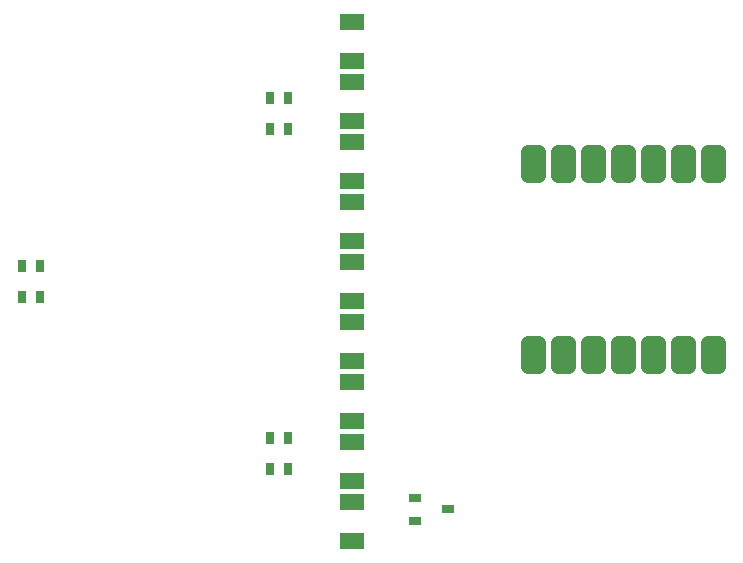
<source format=gbr>
G04 EAGLE Gerber RS-274X export*
G75*
%MOMM*%
%FSLAX34Y34*%
%LPD*%
%INSoldermask Top*%
%IPPOS*%
%AMOC8*
5,1,8,0,0,1.08239X$1,22.5*%
G01*
G04 Define Apertures*
%ADD10R,0.800000X1.100000*%
%ADD11R,2.108200X1.473200*%
%ADD12C,1.159509*%
%ADD13R,1.103200X0.803200*%
D10*
X320100Y506600D03*
X305100Y506600D03*
X305100Y532600D03*
X320100Y532600D03*
X110100Y364200D03*
X95100Y364200D03*
X95100Y390200D03*
X110100Y390200D03*
X320100Y218300D03*
X305100Y218300D03*
X305100Y244300D03*
X320100Y244300D03*
D11*
X374200Y563890D03*
X374200Y596910D03*
X374200Y513090D03*
X374200Y546110D03*
X374200Y462290D03*
X374200Y495310D03*
X374200Y411490D03*
X374200Y444510D03*
X374200Y360690D03*
X374200Y393710D03*
X374200Y309890D03*
X374200Y342910D03*
X374200Y259090D03*
X374200Y292110D03*
X374200Y208290D03*
X374200Y241310D03*
X374200Y157490D03*
X374200Y190510D03*
D12*
X523027Y466747D02*
X523027Y486395D01*
X532515Y486395D01*
X532515Y466747D01*
X523027Y466747D01*
X523027Y477762D02*
X532515Y477762D01*
X548427Y486395D02*
X548427Y466747D01*
X548427Y486395D02*
X557915Y486395D01*
X557915Y466747D01*
X548427Y466747D01*
X548427Y477762D02*
X557915Y477762D01*
X573827Y486395D02*
X573827Y466747D01*
X573827Y486395D02*
X583315Y486395D01*
X583315Y466747D01*
X573827Y466747D01*
X573827Y477762D02*
X583315Y477762D01*
X599227Y486395D02*
X599227Y466747D01*
X599227Y486395D02*
X608715Y486395D01*
X608715Y466747D01*
X599227Y466747D01*
X599227Y477762D02*
X608715Y477762D01*
X624627Y486395D02*
X624627Y466747D01*
X624627Y486395D02*
X634115Y486395D01*
X634115Y466747D01*
X624627Y466747D01*
X624627Y477762D02*
X634115Y477762D01*
X650027Y486395D02*
X650027Y466747D01*
X650027Y486395D02*
X659515Y486395D01*
X659515Y466747D01*
X650027Y466747D01*
X650027Y477762D02*
X659515Y477762D01*
X675427Y486395D02*
X675427Y466747D01*
X675427Y486395D02*
X684915Y486395D01*
X684915Y466747D01*
X675427Y466747D01*
X675427Y477762D02*
X684915Y477762D01*
X523027Y324745D02*
X523027Y305097D01*
X523027Y324745D02*
X532515Y324745D01*
X532515Y305097D01*
X523027Y305097D01*
X523027Y316112D02*
X532515Y316112D01*
X548427Y324745D02*
X548427Y305097D01*
X548427Y324745D02*
X557915Y324745D01*
X557915Y305097D01*
X548427Y305097D01*
X548427Y316112D02*
X557915Y316112D01*
X573827Y324745D02*
X573827Y305097D01*
X573827Y324745D02*
X583315Y324745D01*
X583315Y305097D01*
X573827Y305097D01*
X573827Y316112D02*
X583315Y316112D01*
X599227Y324745D02*
X599227Y305097D01*
X599227Y324745D02*
X608715Y324745D01*
X608715Y305097D01*
X599227Y305097D01*
X599227Y316112D02*
X608715Y316112D01*
X624627Y324745D02*
X624627Y305097D01*
X624627Y324745D02*
X634115Y324745D01*
X634115Y305097D01*
X624627Y305097D01*
X624627Y316112D02*
X634115Y316112D01*
X650027Y324745D02*
X650027Y305097D01*
X650027Y324745D02*
X659515Y324745D01*
X659515Y305097D01*
X650027Y305097D01*
X650027Y316112D02*
X659515Y316112D01*
X675427Y324745D02*
X675427Y305097D01*
X675427Y324745D02*
X684915Y324745D01*
X684915Y305097D01*
X675427Y305097D01*
X675427Y316112D02*
X684915Y316112D01*
D13*
X427700Y193700D03*
X427700Y174700D03*
X455700Y184200D03*
M02*

</source>
